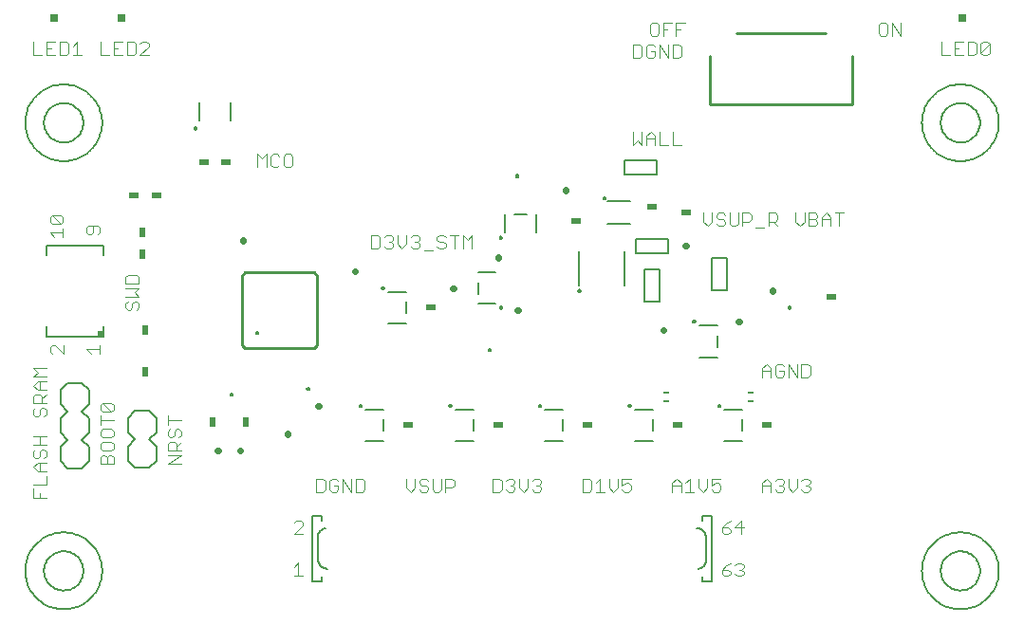
<source format=gto>
G75*
G70*
%OFA0B0*%
%FSLAX24Y24*%
%IPPOS*%
%LPD*%
%AMOC8*
5,1,8,0,0,1.08239X$1,22.5*
%
%ADD10C,0.0040*%
%ADD11C,0.0060*%
%ADD12C,0.0080*%
%ADD13C,0.0100*%
%ADD14R,0.0320X0.0200*%
%ADD15C,0.0220*%
%ADD16R,0.0250X0.0250*%
%ADD17R,0.0200X0.0320*%
%ADD18R,0.0200X0.0060*%
%ADD19R,0.0200X0.0200*%
D10*
X001059Y004709D02*
X001059Y005016D01*
X001059Y005169D02*
X001519Y005169D01*
X001519Y005476D01*
X001519Y005630D02*
X001212Y005630D01*
X001059Y005783D01*
X001212Y005936D01*
X001519Y005936D01*
X001443Y006090D02*
X001519Y006167D01*
X001519Y006320D01*
X001443Y006397D01*
X001366Y006397D01*
X001289Y006320D01*
X001289Y006167D01*
X001212Y006090D01*
X001136Y006090D01*
X001059Y006167D01*
X001059Y006320D01*
X001136Y006397D01*
X001059Y006550D02*
X001519Y006550D01*
X001289Y006550D02*
X001289Y006857D01*
X001059Y006857D02*
X001519Y006857D01*
X001443Y007563D02*
X001519Y007640D01*
X001519Y007793D01*
X001443Y007870D01*
X001366Y007870D01*
X001289Y007793D01*
X001289Y007640D01*
X001212Y007563D01*
X001136Y007563D01*
X001059Y007640D01*
X001059Y007793D01*
X001136Y007870D01*
X001059Y008024D02*
X001059Y008254D01*
X001136Y008330D01*
X001289Y008330D01*
X001366Y008254D01*
X001366Y008024D01*
X001366Y008177D02*
X001519Y008330D01*
X001519Y008484D02*
X001212Y008484D01*
X001059Y008637D01*
X001212Y008791D01*
X001519Y008791D01*
X001519Y008944D02*
X001059Y008944D01*
X001212Y009098D01*
X001059Y009251D01*
X001519Y009251D01*
X001289Y008791D02*
X001289Y008484D01*
X001519Y008024D02*
X001059Y008024D01*
X001734Y009760D02*
X001657Y009837D01*
X001657Y009990D01*
X001734Y010067D01*
X001811Y010067D01*
X002118Y009760D01*
X002118Y010067D01*
X002937Y009914D02*
X003090Y009760D01*
X002937Y009914D02*
X003397Y009914D01*
X003397Y010067D02*
X003397Y009760D01*
X003498Y008038D02*
X003805Y007731D01*
X003881Y007808D01*
X003881Y007961D01*
X003805Y008038D01*
X003498Y008038D01*
X003421Y007961D01*
X003421Y007808D01*
X003498Y007731D01*
X003805Y007731D01*
X003421Y007578D02*
X003421Y007271D01*
X003421Y007424D02*
X003881Y007424D01*
X003805Y007118D02*
X003498Y007118D01*
X003421Y007041D01*
X003421Y006887D01*
X003498Y006811D01*
X003805Y006811D01*
X003881Y006887D01*
X003881Y007041D01*
X003805Y007118D01*
X003805Y006657D02*
X003498Y006657D01*
X003421Y006580D01*
X003421Y006427D01*
X003498Y006350D01*
X003805Y006350D01*
X003881Y006427D01*
X003881Y006580D01*
X003805Y006657D01*
X003805Y006197D02*
X003881Y006120D01*
X003881Y005890D01*
X003421Y005890D01*
X003421Y006120D01*
X003498Y006197D01*
X003575Y006197D01*
X003651Y006120D01*
X003651Y005890D01*
X003651Y006120D02*
X003728Y006197D01*
X003805Y006197D01*
X005783Y006197D02*
X006244Y006197D01*
X005783Y005890D01*
X006244Y005890D01*
X006244Y006350D02*
X005783Y006350D01*
X005783Y006580D01*
X005860Y006657D01*
X006013Y006657D01*
X006090Y006580D01*
X006090Y006350D01*
X006090Y006504D02*
X006244Y006657D01*
X006167Y006811D02*
X006244Y006887D01*
X006244Y007041D01*
X006167Y007118D01*
X006090Y007118D01*
X006013Y007041D01*
X006013Y006887D01*
X005937Y006811D01*
X005860Y006811D01*
X005783Y006887D01*
X005783Y007041D01*
X005860Y007118D01*
X005783Y007271D02*
X005783Y007578D01*
X005783Y007424D02*
X006244Y007424D01*
X011008Y005366D02*
X011008Y004906D01*
X011238Y004906D01*
X011315Y004982D01*
X011315Y005289D01*
X011238Y005366D01*
X011008Y005366D01*
X011468Y005289D02*
X011468Y004982D01*
X011545Y004906D01*
X011699Y004906D01*
X011775Y004982D01*
X011775Y005136D01*
X011622Y005136D01*
X011775Y005289D02*
X011699Y005366D01*
X011545Y005366D01*
X011468Y005289D01*
X011929Y005366D02*
X012236Y004906D01*
X012236Y005366D01*
X012389Y005366D02*
X012619Y005366D01*
X012696Y005289D01*
X012696Y004982D01*
X012619Y004906D01*
X012389Y004906D01*
X012389Y005366D01*
X011929Y005366D02*
X011929Y004906D01*
X010528Y003813D02*
X010451Y003890D01*
X010297Y003890D01*
X010221Y003813D01*
X010528Y003813D02*
X010528Y003736D01*
X010221Y003429D01*
X010528Y003429D01*
X010374Y002413D02*
X010374Y001953D01*
X010221Y001953D02*
X010528Y001953D01*
X010221Y002260D02*
X010374Y002413D01*
X014158Y005059D02*
X014311Y004906D01*
X014465Y005059D01*
X014465Y005366D01*
X014618Y005289D02*
X014618Y005213D01*
X014695Y005136D01*
X014848Y005136D01*
X014925Y005059D01*
X014925Y004982D01*
X014848Y004906D01*
X014695Y004906D01*
X014618Y004982D01*
X014158Y005059D02*
X014158Y005366D01*
X014618Y005289D02*
X014695Y005366D01*
X014848Y005366D01*
X014925Y005289D01*
X015078Y005366D02*
X015078Y004982D01*
X015155Y004906D01*
X015309Y004906D01*
X015385Y004982D01*
X015385Y005366D01*
X015539Y005366D02*
X015769Y005366D01*
X015846Y005289D01*
X015846Y005136D01*
X015769Y005059D01*
X015539Y005059D01*
X015539Y004906D02*
X015539Y005366D01*
X017209Y005366D02*
X017209Y004906D01*
X017439Y004906D01*
X017516Y004982D01*
X017516Y005289D01*
X017439Y005366D01*
X017209Y005366D01*
X017669Y005289D02*
X017746Y005366D01*
X017899Y005366D01*
X017976Y005289D01*
X017976Y005213D01*
X017899Y005136D01*
X017976Y005059D01*
X017976Y004982D01*
X017899Y004906D01*
X017746Y004906D01*
X017669Y004982D01*
X017823Y005136D02*
X017899Y005136D01*
X018130Y005059D02*
X018283Y004906D01*
X018436Y005059D01*
X018436Y005366D01*
X018590Y005289D02*
X018667Y005366D01*
X018820Y005366D01*
X018897Y005289D01*
X018897Y005213D01*
X018820Y005136D01*
X018897Y005059D01*
X018897Y004982D01*
X018820Y004906D01*
X018667Y004906D01*
X018590Y004982D01*
X018743Y005136D02*
X018820Y005136D01*
X018130Y005059D02*
X018130Y005366D01*
X020358Y005366D02*
X020358Y004906D01*
X020589Y004906D01*
X020665Y004982D01*
X020665Y005289D01*
X020589Y005366D01*
X020358Y005366D01*
X020819Y005213D02*
X020972Y005366D01*
X020972Y004906D01*
X020819Y004906D02*
X021126Y004906D01*
X021279Y005059D02*
X021433Y004906D01*
X021586Y005059D01*
X021586Y005366D01*
X021739Y005366D02*
X021739Y005136D01*
X021893Y005213D01*
X021970Y005213D01*
X022046Y005136D01*
X022046Y004982D01*
X021970Y004906D01*
X021816Y004906D01*
X021739Y004982D01*
X021279Y005059D02*
X021279Y005366D01*
X021739Y005366D02*
X022046Y005366D01*
X023508Y005213D02*
X023508Y004906D01*
X023508Y005136D02*
X023815Y005136D01*
X023815Y005213D02*
X023815Y004906D01*
X023968Y004906D02*
X024275Y004906D01*
X024122Y004906D02*
X024122Y005366D01*
X023968Y005213D01*
X023815Y005213D02*
X023661Y005366D01*
X023508Y005213D01*
X024429Y005366D02*
X024429Y005059D01*
X024582Y004906D01*
X024736Y005059D01*
X024736Y005366D01*
X024889Y005366D02*
X024889Y005136D01*
X025043Y005213D01*
X025119Y005213D01*
X025196Y005136D01*
X025196Y004982D01*
X025119Y004906D01*
X024966Y004906D01*
X024889Y004982D01*
X024889Y005366D02*
X025196Y005366D01*
X026658Y005213D02*
X026658Y004906D01*
X026658Y005136D02*
X026965Y005136D01*
X026965Y005213D02*
X026965Y004906D01*
X027118Y004982D02*
X027195Y004906D01*
X027348Y004906D01*
X027425Y004982D01*
X027425Y005059D01*
X027348Y005136D01*
X027271Y005136D01*
X027348Y005136D02*
X027425Y005213D01*
X027425Y005289D01*
X027348Y005366D01*
X027195Y005366D01*
X027118Y005289D01*
X026965Y005213D02*
X026811Y005366D01*
X026658Y005213D01*
X027578Y005366D02*
X027578Y005059D01*
X027732Y004906D01*
X027885Y005059D01*
X027885Y005366D01*
X028039Y005289D02*
X028115Y005366D01*
X028269Y005366D01*
X028346Y005289D01*
X028346Y005213D01*
X028269Y005136D01*
X028346Y005059D01*
X028346Y004982D01*
X028269Y004906D01*
X028115Y004906D01*
X028039Y004982D01*
X028192Y005136D02*
X028269Y005136D01*
X025935Y003882D02*
X025935Y003421D01*
X026012Y003652D02*
X025705Y003652D01*
X025935Y003882D01*
X025552Y003882D02*
X025398Y003805D01*
X025245Y003652D01*
X025475Y003652D01*
X025552Y003575D01*
X025552Y003498D01*
X025475Y003421D01*
X025321Y003421D01*
X025245Y003498D01*
X025245Y003652D01*
X025552Y002405D02*
X025398Y002329D01*
X025245Y002175D01*
X025475Y002175D01*
X025552Y002098D01*
X025552Y002022D01*
X025475Y001945D01*
X025321Y001945D01*
X025245Y002022D01*
X025245Y002175D01*
X025705Y002022D02*
X025782Y001945D01*
X025935Y001945D01*
X026012Y002022D01*
X026012Y002098D01*
X025935Y002175D01*
X025859Y002175D01*
X025935Y002175D02*
X026012Y002252D01*
X026012Y002329D01*
X025935Y002405D01*
X025782Y002405D01*
X025705Y002329D01*
X026658Y008941D02*
X026658Y009248D01*
X026811Y009401D01*
X026965Y009248D01*
X026965Y008941D01*
X027118Y009018D02*
X027195Y008941D01*
X027348Y008941D01*
X027425Y009018D01*
X027425Y009171D01*
X027271Y009171D01*
X027118Y009018D02*
X027118Y009325D01*
X027195Y009401D01*
X027348Y009401D01*
X027425Y009325D01*
X027578Y009401D02*
X027885Y008941D01*
X027885Y009401D01*
X028039Y009401D02*
X028269Y009401D01*
X028346Y009325D01*
X028346Y009018D01*
X028269Y008941D01*
X028039Y008941D01*
X028039Y009401D01*
X027578Y009401D02*
X027578Y008941D01*
X026965Y009171D02*
X026658Y009171D01*
X026739Y014179D02*
X026432Y014179D01*
X026202Y014409D02*
X025972Y014409D01*
X025972Y014256D02*
X025972Y014716D01*
X026202Y014716D01*
X026279Y014640D01*
X026279Y014486D01*
X026202Y014409D01*
X025818Y014333D02*
X025818Y014716D01*
X025511Y014716D02*
X025511Y014333D01*
X025588Y014256D01*
X025742Y014256D01*
X025818Y014333D01*
X025358Y014333D02*
X025281Y014256D01*
X025128Y014256D01*
X025051Y014333D01*
X025128Y014486D02*
X025281Y014486D01*
X025358Y014409D01*
X025358Y014333D01*
X025128Y014486D02*
X025051Y014563D01*
X025051Y014640D01*
X025128Y014716D01*
X025281Y014716D01*
X025358Y014640D01*
X024898Y014716D02*
X024898Y014409D01*
X024744Y014256D01*
X024591Y014409D01*
X024591Y014716D01*
X026892Y014716D02*
X026892Y014256D01*
X026892Y014409D02*
X027123Y014409D01*
X027199Y014486D01*
X027199Y014640D01*
X027123Y014716D01*
X026892Y014716D01*
X027046Y014409D02*
X027199Y014256D01*
X027839Y014409D02*
X027992Y014256D01*
X028146Y014409D01*
X028146Y014716D01*
X028299Y014716D02*
X028529Y014716D01*
X028606Y014640D01*
X028606Y014563D01*
X028529Y014486D01*
X028299Y014486D01*
X028299Y014256D02*
X028529Y014256D01*
X028606Y014333D01*
X028606Y014409D01*
X028529Y014486D01*
X028759Y014486D02*
X029066Y014486D01*
X029066Y014563D02*
X029066Y014256D01*
X028759Y014256D02*
X028759Y014563D01*
X028913Y014716D01*
X029066Y014563D01*
X029220Y014716D02*
X029527Y014716D01*
X029373Y014716D02*
X029373Y014256D01*
X028299Y014256D02*
X028299Y014716D01*
X027839Y014716D02*
X027839Y014409D01*
X023818Y017110D02*
X023511Y017110D01*
X023511Y017571D01*
X023051Y017571D02*
X023051Y017110D01*
X023358Y017110D01*
X022897Y017110D02*
X022897Y017417D01*
X022744Y017571D01*
X022590Y017417D01*
X022590Y017110D01*
X022437Y017110D02*
X022437Y017571D01*
X022590Y017341D02*
X022897Y017341D01*
X022437Y017110D02*
X022284Y017264D01*
X022130Y017110D01*
X022130Y017571D01*
X022130Y020162D02*
X022360Y020162D01*
X022437Y020238D01*
X022437Y020545D01*
X022360Y020622D01*
X022130Y020622D01*
X022130Y020162D01*
X022590Y020238D02*
X022590Y020545D01*
X022667Y020622D01*
X022821Y020622D01*
X022897Y020545D01*
X022897Y020392D02*
X022744Y020392D01*
X022897Y020392D02*
X022897Y020238D01*
X022821Y020162D01*
X022667Y020162D01*
X022590Y020238D01*
X023051Y020162D02*
X023051Y020622D01*
X023358Y020162D01*
X023358Y020622D01*
X023511Y020622D02*
X023741Y020622D01*
X023818Y020545D01*
X023818Y020238D01*
X023741Y020162D01*
X023511Y020162D01*
X023511Y020622D01*
X023638Y020941D02*
X023638Y021401D01*
X023945Y021401D01*
X023792Y021171D02*
X023638Y021171D01*
X023485Y021401D02*
X023178Y021401D01*
X023178Y020941D01*
X023024Y021018D02*
X023024Y021325D01*
X022948Y021401D01*
X022794Y021401D01*
X022717Y021325D01*
X022717Y021018D01*
X022794Y020941D01*
X022948Y020941D01*
X023024Y021018D01*
X023178Y021171D02*
X023331Y021171D01*
X030757Y021018D02*
X030833Y020941D01*
X030987Y020941D01*
X031063Y021018D01*
X031063Y021325D01*
X030987Y021401D01*
X030833Y021401D01*
X030757Y021325D01*
X030757Y021018D01*
X031217Y020941D02*
X031217Y021401D01*
X031524Y020941D01*
X031524Y021401D01*
X032957Y020720D02*
X032957Y020260D01*
X033264Y020260D01*
X033417Y020260D02*
X033724Y020260D01*
X033878Y020260D02*
X034108Y020260D01*
X034184Y020337D01*
X034184Y020644D01*
X034108Y020720D01*
X033878Y020720D01*
X033878Y020260D01*
X033571Y020490D02*
X033417Y020490D01*
X033417Y020720D02*
X033417Y020260D01*
X033417Y020720D02*
X033724Y020720D01*
X034338Y020644D02*
X034338Y020337D01*
X034645Y020644D01*
X034645Y020337D01*
X034568Y020260D01*
X034415Y020260D01*
X034338Y020337D01*
X034338Y020644D02*
X034415Y020720D01*
X034568Y020720D01*
X034645Y020644D01*
X016465Y013921D02*
X016465Y013461D01*
X016158Y013461D02*
X016158Y013921D01*
X016311Y013768D01*
X016465Y013921D01*
X016004Y013921D02*
X015697Y013921D01*
X015851Y013921D02*
X015851Y013461D01*
X015544Y013537D02*
X015467Y013461D01*
X015314Y013461D01*
X015237Y013537D01*
X015314Y013691D02*
X015467Y013691D01*
X015544Y013614D01*
X015544Y013537D01*
X015314Y013691D02*
X015237Y013768D01*
X015237Y013844D01*
X015314Y013921D01*
X015467Y013921D01*
X015544Y013844D01*
X015083Y013384D02*
X014777Y013384D01*
X014623Y013537D02*
X014546Y013461D01*
X014393Y013461D01*
X014316Y013537D01*
X014163Y013614D02*
X014163Y013921D01*
X014316Y013844D02*
X014393Y013921D01*
X014546Y013921D01*
X014623Y013844D01*
X014623Y013768D01*
X014546Y013691D01*
X014623Y013614D01*
X014623Y013537D01*
X014546Y013691D02*
X014470Y013691D01*
X014163Y013614D02*
X014009Y013461D01*
X013856Y013614D01*
X013856Y013921D01*
X013702Y013844D02*
X013702Y013768D01*
X013626Y013691D01*
X013702Y013614D01*
X013702Y013537D01*
X013626Y013461D01*
X013472Y013461D01*
X013396Y013537D01*
X013242Y013537D02*
X013242Y013844D01*
X013165Y013921D01*
X012935Y013921D01*
X012935Y013461D01*
X013165Y013461D01*
X013242Y013537D01*
X013549Y013691D02*
X013626Y013691D01*
X013702Y013844D02*
X013626Y013921D01*
X013472Y013921D01*
X013396Y013844D01*
X010169Y016400D02*
X010092Y016323D01*
X009939Y016323D01*
X009862Y016400D01*
X009862Y016707D01*
X009939Y016783D01*
X010092Y016783D01*
X010169Y016707D01*
X010169Y016400D01*
X009708Y016400D02*
X009632Y016323D01*
X009478Y016323D01*
X009401Y016400D01*
X009401Y016707D01*
X009478Y016783D01*
X009632Y016783D01*
X009708Y016707D01*
X009248Y016783D02*
X009248Y016323D01*
X008941Y016323D02*
X008941Y016783D01*
X009095Y016630D01*
X009248Y016783D01*
X005117Y020260D02*
X004810Y020260D01*
X005117Y020567D01*
X005117Y020644D01*
X005041Y020720D01*
X004887Y020720D01*
X004810Y020644D01*
X004657Y020644D02*
X004580Y020720D01*
X004350Y020720D01*
X004350Y020260D01*
X004580Y020260D01*
X004657Y020337D01*
X004657Y020644D01*
X004197Y020720D02*
X003890Y020720D01*
X003890Y020260D01*
X004197Y020260D01*
X004043Y020490D02*
X003890Y020490D01*
X003736Y020260D02*
X003429Y020260D01*
X003429Y020720D01*
X002755Y020260D02*
X002448Y020260D01*
X002602Y020260D02*
X002602Y020720D01*
X002448Y020567D01*
X002295Y020644D02*
X002218Y020720D01*
X001988Y020720D01*
X001988Y020260D01*
X002218Y020260D01*
X002295Y020337D01*
X002295Y020644D01*
X001834Y020720D02*
X001527Y020720D01*
X001527Y020260D01*
X001834Y020260D01*
X001681Y020490D02*
X001527Y020490D01*
X001374Y020260D02*
X001067Y020260D01*
X001067Y020720D01*
X001726Y014630D02*
X002033Y014323D01*
X002110Y014399D01*
X002110Y014553D01*
X002033Y014630D01*
X001726Y014630D01*
X001649Y014553D01*
X001649Y014399D01*
X001726Y014323D01*
X002033Y014323D01*
X002110Y014169D02*
X002110Y013862D01*
X002110Y014016D02*
X001649Y014016D01*
X001803Y013862D01*
X002929Y014037D02*
X003006Y013961D01*
X003082Y013961D01*
X003159Y014037D01*
X003159Y014268D01*
X003006Y014268D02*
X002929Y014191D01*
X002929Y014037D01*
X003006Y014268D02*
X003313Y014268D01*
X003389Y014191D01*
X003389Y014037D01*
X003313Y013961D01*
X004384Y012531D02*
X004307Y012454D01*
X004307Y012224D01*
X004767Y012224D01*
X004767Y012454D01*
X004691Y012531D01*
X004384Y012531D01*
X004307Y012071D02*
X004767Y012071D01*
X004614Y011917D01*
X004767Y011764D01*
X004307Y011764D01*
X004384Y011610D02*
X004307Y011533D01*
X004307Y011380D01*
X004384Y011303D01*
X004460Y011303D01*
X004537Y011380D01*
X004537Y011533D01*
X004614Y011610D01*
X004691Y011610D01*
X004767Y011533D01*
X004767Y011380D01*
X004691Y011303D01*
X001289Y005936D02*
X001289Y005630D01*
X001289Y004862D02*
X001289Y004709D01*
X001519Y004709D02*
X001059Y004709D01*
D11*
X000780Y002130D02*
X000782Y002203D01*
X000788Y002276D01*
X000798Y002348D01*
X000812Y002420D01*
X000829Y002491D01*
X000851Y002561D01*
X000876Y002630D01*
X000905Y002697D01*
X000937Y002762D01*
X000973Y002826D01*
X001013Y002888D01*
X001055Y002947D01*
X001101Y003004D01*
X001150Y003058D01*
X001202Y003110D01*
X001256Y003159D01*
X001313Y003205D01*
X001372Y003247D01*
X001434Y003287D01*
X001498Y003323D01*
X001563Y003355D01*
X001630Y003384D01*
X001699Y003409D01*
X001769Y003431D01*
X001840Y003448D01*
X001912Y003462D01*
X001984Y003472D01*
X002057Y003478D01*
X002130Y003480D01*
X002203Y003478D01*
X002276Y003472D01*
X002348Y003462D01*
X002420Y003448D01*
X002491Y003431D01*
X002561Y003409D01*
X002630Y003384D01*
X002697Y003355D01*
X002762Y003323D01*
X002826Y003287D01*
X002888Y003247D01*
X002947Y003205D01*
X003004Y003159D01*
X003058Y003110D01*
X003110Y003058D01*
X003159Y003004D01*
X003205Y002947D01*
X003247Y002888D01*
X003287Y002826D01*
X003323Y002762D01*
X003355Y002697D01*
X003384Y002630D01*
X003409Y002561D01*
X003431Y002491D01*
X003448Y002420D01*
X003462Y002348D01*
X003472Y002276D01*
X003478Y002203D01*
X003480Y002130D01*
X003478Y002057D01*
X003472Y001984D01*
X003462Y001912D01*
X003448Y001840D01*
X003431Y001769D01*
X003409Y001699D01*
X003384Y001630D01*
X003355Y001563D01*
X003323Y001498D01*
X003287Y001434D01*
X003247Y001372D01*
X003205Y001313D01*
X003159Y001256D01*
X003110Y001202D01*
X003058Y001150D01*
X003004Y001101D01*
X002947Y001055D01*
X002888Y001013D01*
X002826Y000973D01*
X002762Y000937D01*
X002697Y000905D01*
X002630Y000876D01*
X002561Y000851D01*
X002491Y000829D01*
X002420Y000812D01*
X002348Y000798D01*
X002276Y000788D01*
X002203Y000782D01*
X002130Y000780D01*
X002057Y000782D01*
X001984Y000788D01*
X001912Y000798D01*
X001840Y000812D01*
X001769Y000829D01*
X001699Y000851D01*
X001630Y000876D01*
X001563Y000905D01*
X001498Y000937D01*
X001434Y000973D01*
X001372Y001013D01*
X001313Y001055D01*
X001256Y001101D01*
X001202Y001150D01*
X001150Y001202D01*
X001101Y001256D01*
X001055Y001313D01*
X001013Y001372D01*
X000973Y001434D01*
X000937Y001498D01*
X000905Y001563D01*
X000876Y001630D01*
X000851Y001699D01*
X000829Y001769D01*
X000812Y001840D01*
X000798Y001912D01*
X000788Y001984D01*
X000782Y002057D01*
X000780Y002130D01*
X012736Y006688D02*
X013374Y006688D01*
X013374Y007051D02*
X013374Y007445D01*
X013374Y007808D02*
X012736Y007808D01*
X015886Y007808D02*
X016523Y007808D01*
X016523Y007445D02*
X016523Y007051D01*
X016523Y006688D02*
X015886Y006688D01*
X019035Y006688D02*
X019673Y006688D01*
X019673Y007051D02*
X019673Y007445D01*
X019673Y007808D02*
X019035Y007808D01*
X022185Y007808D02*
X022823Y007808D01*
X022823Y007445D02*
X022823Y007051D01*
X022823Y006688D02*
X022185Y006688D01*
X025334Y006688D02*
X025972Y006688D01*
X025972Y007051D02*
X025972Y007445D01*
X025972Y007808D02*
X025334Y007808D01*
X025077Y009641D02*
X024459Y009641D01*
X025077Y009995D02*
X025077Y010406D01*
X025077Y010760D02*
X024459Y010760D01*
X023055Y011598D02*
X022543Y011598D01*
X022543Y012740D01*
X023055Y012740D01*
X023055Y011598D01*
X024905Y011992D02*
X025417Y011992D01*
X025417Y013134D01*
X024905Y013134D01*
X024905Y011992D01*
X023370Y013291D02*
X023370Y013803D01*
X022228Y013803D01*
X022228Y013291D01*
X023370Y013291D01*
X022976Y016047D02*
X021834Y016047D01*
X021834Y016559D01*
X022976Y016559D01*
X022976Y016047D01*
X018733Y014644D02*
X018733Y014025D01*
X018379Y014644D02*
X017968Y014644D01*
X017613Y014644D02*
X017613Y014025D01*
X017301Y012631D02*
X016683Y012631D01*
X016683Y012276D02*
X016683Y011865D01*
X016683Y011511D02*
X017301Y011511D01*
X014161Y011579D02*
X014161Y011185D01*
X014161Y010822D02*
X013523Y010822D01*
X013523Y011942D02*
X014161Y011942D01*
X008005Y017953D02*
X008005Y018590D01*
X006885Y018590D02*
X006885Y017953D01*
X000780Y017878D02*
X000782Y017951D01*
X000788Y018024D01*
X000798Y018096D01*
X000812Y018168D01*
X000829Y018239D01*
X000851Y018309D01*
X000876Y018378D01*
X000905Y018445D01*
X000937Y018510D01*
X000973Y018574D01*
X001013Y018636D01*
X001055Y018695D01*
X001101Y018752D01*
X001150Y018806D01*
X001202Y018858D01*
X001256Y018907D01*
X001313Y018953D01*
X001372Y018995D01*
X001434Y019035D01*
X001498Y019071D01*
X001563Y019103D01*
X001630Y019132D01*
X001699Y019157D01*
X001769Y019179D01*
X001840Y019196D01*
X001912Y019210D01*
X001984Y019220D01*
X002057Y019226D01*
X002130Y019228D01*
X002203Y019226D01*
X002276Y019220D01*
X002348Y019210D01*
X002420Y019196D01*
X002491Y019179D01*
X002561Y019157D01*
X002630Y019132D01*
X002697Y019103D01*
X002762Y019071D01*
X002826Y019035D01*
X002888Y018995D01*
X002947Y018953D01*
X003004Y018907D01*
X003058Y018858D01*
X003110Y018806D01*
X003159Y018752D01*
X003205Y018695D01*
X003247Y018636D01*
X003287Y018574D01*
X003323Y018510D01*
X003355Y018445D01*
X003384Y018378D01*
X003409Y018309D01*
X003431Y018239D01*
X003448Y018168D01*
X003462Y018096D01*
X003472Y018024D01*
X003478Y017951D01*
X003480Y017878D01*
X003478Y017805D01*
X003472Y017732D01*
X003462Y017660D01*
X003448Y017588D01*
X003431Y017517D01*
X003409Y017447D01*
X003384Y017378D01*
X003355Y017311D01*
X003323Y017246D01*
X003287Y017182D01*
X003247Y017120D01*
X003205Y017061D01*
X003159Y017004D01*
X003110Y016950D01*
X003058Y016898D01*
X003004Y016849D01*
X002947Y016803D01*
X002888Y016761D01*
X002826Y016721D01*
X002762Y016685D01*
X002697Y016653D01*
X002630Y016624D01*
X002561Y016599D01*
X002491Y016577D01*
X002420Y016560D01*
X002348Y016546D01*
X002276Y016536D01*
X002203Y016530D01*
X002130Y016528D01*
X002057Y016530D01*
X001984Y016536D01*
X001912Y016546D01*
X001840Y016560D01*
X001769Y016577D01*
X001699Y016599D01*
X001630Y016624D01*
X001563Y016653D01*
X001498Y016685D01*
X001434Y016721D01*
X001372Y016761D01*
X001313Y016803D01*
X001256Y016849D01*
X001202Y016898D01*
X001150Y016950D01*
X001101Y017004D01*
X001055Y017061D01*
X001013Y017120D01*
X000973Y017182D01*
X000937Y017246D01*
X000905Y017311D01*
X000876Y017378D01*
X000851Y017447D01*
X000829Y017517D01*
X000812Y017588D01*
X000798Y017660D01*
X000788Y017732D01*
X000782Y017805D01*
X000780Y017878D01*
X032276Y017878D02*
X032278Y017951D01*
X032284Y018024D01*
X032294Y018096D01*
X032308Y018168D01*
X032325Y018239D01*
X032347Y018309D01*
X032372Y018378D01*
X032401Y018445D01*
X032433Y018510D01*
X032469Y018574D01*
X032509Y018636D01*
X032551Y018695D01*
X032597Y018752D01*
X032646Y018806D01*
X032698Y018858D01*
X032752Y018907D01*
X032809Y018953D01*
X032868Y018995D01*
X032930Y019035D01*
X032994Y019071D01*
X033059Y019103D01*
X033126Y019132D01*
X033195Y019157D01*
X033265Y019179D01*
X033336Y019196D01*
X033408Y019210D01*
X033480Y019220D01*
X033553Y019226D01*
X033626Y019228D01*
X033699Y019226D01*
X033772Y019220D01*
X033844Y019210D01*
X033916Y019196D01*
X033987Y019179D01*
X034057Y019157D01*
X034126Y019132D01*
X034193Y019103D01*
X034258Y019071D01*
X034322Y019035D01*
X034384Y018995D01*
X034443Y018953D01*
X034500Y018907D01*
X034554Y018858D01*
X034606Y018806D01*
X034655Y018752D01*
X034701Y018695D01*
X034743Y018636D01*
X034783Y018574D01*
X034819Y018510D01*
X034851Y018445D01*
X034880Y018378D01*
X034905Y018309D01*
X034927Y018239D01*
X034944Y018168D01*
X034958Y018096D01*
X034968Y018024D01*
X034974Y017951D01*
X034976Y017878D01*
X034974Y017805D01*
X034968Y017732D01*
X034958Y017660D01*
X034944Y017588D01*
X034927Y017517D01*
X034905Y017447D01*
X034880Y017378D01*
X034851Y017311D01*
X034819Y017246D01*
X034783Y017182D01*
X034743Y017120D01*
X034701Y017061D01*
X034655Y017004D01*
X034606Y016950D01*
X034554Y016898D01*
X034500Y016849D01*
X034443Y016803D01*
X034384Y016761D01*
X034322Y016721D01*
X034258Y016685D01*
X034193Y016653D01*
X034126Y016624D01*
X034057Y016599D01*
X033987Y016577D01*
X033916Y016560D01*
X033844Y016546D01*
X033772Y016536D01*
X033699Y016530D01*
X033626Y016528D01*
X033553Y016530D01*
X033480Y016536D01*
X033408Y016546D01*
X033336Y016560D01*
X033265Y016577D01*
X033195Y016599D01*
X033126Y016624D01*
X033059Y016653D01*
X032994Y016685D01*
X032930Y016721D01*
X032868Y016761D01*
X032809Y016803D01*
X032752Y016849D01*
X032698Y016898D01*
X032646Y016950D01*
X032597Y017004D01*
X032551Y017061D01*
X032509Y017120D01*
X032469Y017182D01*
X032433Y017246D01*
X032401Y017311D01*
X032372Y017378D01*
X032347Y017447D01*
X032325Y017517D01*
X032308Y017588D01*
X032294Y017660D01*
X032284Y017732D01*
X032278Y017805D01*
X032276Y017878D01*
X032276Y002130D02*
X032278Y002203D01*
X032284Y002276D01*
X032294Y002348D01*
X032308Y002420D01*
X032325Y002491D01*
X032347Y002561D01*
X032372Y002630D01*
X032401Y002697D01*
X032433Y002762D01*
X032469Y002826D01*
X032509Y002888D01*
X032551Y002947D01*
X032597Y003004D01*
X032646Y003058D01*
X032698Y003110D01*
X032752Y003159D01*
X032809Y003205D01*
X032868Y003247D01*
X032930Y003287D01*
X032994Y003323D01*
X033059Y003355D01*
X033126Y003384D01*
X033195Y003409D01*
X033265Y003431D01*
X033336Y003448D01*
X033408Y003462D01*
X033480Y003472D01*
X033553Y003478D01*
X033626Y003480D01*
X033699Y003478D01*
X033772Y003472D01*
X033844Y003462D01*
X033916Y003448D01*
X033987Y003431D01*
X034057Y003409D01*
X034126Y003384D01*
X034193Y003355D01*
X034258Y003323D01*
X034322Y003287D01*
X034384Y003247D01*
X034443Y003205D01*
X034500Y003159D01*
X034554Y003110D01*
X034606Y003058D01*
X034655Y003004D01*
X034701Y002947D01*
X034743Y002888D01*
X034783Y002826D01*
X034819Y002762D01*
X034851Y002697D01*
X034880Y002630D01*
X034905Y002561D01*
X034927Y002491D01*
X034944Y002420D01*
X034958Y002348D01*
X034968Y002276D01*
X034974Y002203D01*
X034976Y002130D01*
X034974Y002057D01*
X034968Y001984D01*
X034958Y001912D01*
X034944Y001840D01*
X034927Y001769D01*
X034905Y001699D01*
X034880Y001630D01*
X034851Y001563D01*
X034819Y001498D01*
X034783Y001434D01*
X034743Y001372D01*
X034701Y001313D01*
X034655Y001256D01*
X034606Y001202D01*
X034554Y001150D01*
X034500Y001101D01*
X034443Y001055D01*
X034384Y001013D01*
X034322Y000973D01*
X034258Y000937D01*
X034193Y000905D01*
X034126Y000876D01*
X034057Y000851D01*
X033987Y000829D01*
X033916Y000812D01*
X033844Y000798D01*
X033772Y000788D01*
X033699Y000782D01*
X033626Y000780D01*
X033553Y000782D01*
X033480Y000788D01*
X033408Y000798D01*
X033336Y000812D01*
X033265Y000829D01*
X033195Y000851D01*
X033126Y000876D01*
X033059Y000905D01*
X032994Y000937D01*
X032930Y000973D01*
X032868Y001013D01*
X032809Y001055D01*
X032752Y001101D01*
X032698Y001150D01*
X032646Y001202D01*
X032597Y001256D01*
X032551Y001313D01*
X032509Y001372D01*
X032469Y001434D01*
X032433Y001498D01*
X032401Y001563D01*
X032372Y001630D01*
X032347Y001699D01*
X032325Y001769D01*
X032308Y001840D01*
X032294Y001912D01*
X032284Y001984D01*
X032278Y002057D01*
X032276Y002130D01*
D12*
X001441Y002130D02*
X001443Y002182D01*
X001449Y002234D01*
X001459Y002285D01*
X001472Y002335D01*
X001490Y002385D01*
X001511Y002432D01*
X001535Y002478D01*
X001564Y002522D01*
X001595Y002564D01*
X001629Y002603D01*
X001666Y002640D01*
X001706Y002673D01*
X001749Y002704D01*
X001793Y002731D01*
X001839Y002755D01*
X001888Y002775D01*
X001937Y002791D01*
X001988Y002804D01*
X002039Y002813D01*
X002091Y002818D01*
X002143Y002819D01*
X002195Y002816D01*
X002247Y002809D01*
X002298Y002798D01*
X002348Y002784D01*
X002397Y002765D01*
X002444Y002743D01*
X002489Y002718D01*
X002533Y002689D01*
X002574Y002657D01*
X002613Y002622D01*
X002648Y002584D01*
X002681Y002543D01*
X002711Y002501D01*
X002737Y002456D01*
X002760Y002409D01*
X002779Y002360D01*
X002795Y002310D01*
X002807Y002260D01*
X002815Y002208D01*
X002819Y002156D01*
X002819Y002104D01*
X002815Y002052D01*
X002807Y002000D01*
X002795Y001950D01*
X002779Y001900D01*
X002760Y001851D01*
X002737Y001804D01*
X002711Y001759D01*
X002681Y001717D01*
X002648Y001676D01*
X002613Y001638D01*
X002574Y001603D01*
X002533Y001571D01*
X002489Y001542D01*
X002444Y001517D01*
X002397Y001495D01*
X002348Y001476D01*
X002298Y001462D01*
X002247Y001451D01*
X002195Y001444D01*
X002143Y001441D01*
X002091Y001442D01*
X002039Y001447D01*
X001988Y001456D01*
X001937Y001469D01*
X001888Y001485D01*
X001839Y001505D01*
X001793Y001529D01*
X001749Y001556D01*
X001706Y001587D01*
X001666Y001620D01*
X001629Y001657D01*
X001595Y001696D01*
X001564Y001738D01*
X001535Y001782D01*
X001511Y001828D01*
X001490Y001875D01*
X001472Y001925D01*
X001459Y001975D01*
X001449Y002026D01*
X001443Y002078D01*
X001441Y002130D01*
X002273Y005732D02*
X002773Y005732D01*
X003023Y005982D01*
X003023Y006482D01*
X002773Y006732D01*
X003023Y006982D01*
X003023Y007482D01*
X002773Y007732D01*
X003023Y007982D01*
X003023Y008482D01*
X002773Y008732D01*
X002273Y008732D01*
X002023Y008482D01*
X002023Y007982D01*
X002273Y007732D01*
X002023Y007482D01*
X002023Y006982D01*
X002273Y006732D01*
X002023Y006482D01*
X002023Y005982D01*
X002273Y005732D01*
X004386Y005998D02*
X004636Y005748D01*
X005136Y005748D01*
X005386Y005998D01*
X005386Y006498D01*
X005136Y006748D01*
X005386Y006998D01*
X005386Y007498D01*
X005136Y007748D01*
X004636Y007748D01*
X004386Y007498D01*
X004386Y006998D01*
X004636Y006748D01*
X004386Y006498D01*
X004386Y005998D01*
X007996Y008331D02*
X007998Y008343D01*
X008003Y008354D01*
X008012Y008363D01*
X008023Y008368D01*
X008035Y008370D01*
X008047Y008368D01*
X008058Y008363D01*
X008067Y008354D01*
X008072Y008343D01*
X008074Y008331D01*
X008072Y008319D01*
X008067Y008308D01*
X008058Y008299D01*
X008047Y008294D01*
X008035Y008292D01*
X008023Y008294D01*
X008012Y008299D01*
X008003Y008308D01*
X007998Y008319D01*
X007996Y008331D01*
X010673Y008527D02*
X010675Y008539D01*
X010680Y008550D01*
X010689Y008559D01*
X010700Y008564D01*
X010712Y008566D01*
X010724Y008564D01*
X010735Y008559D01*
X010744Y008550D01*
X010749Y008539D01*
X010751Y008527D01*
X010749Y008515D01*
X010744Y008504D01*
X010735Y008495D01*
X010724Y008490D01*
X010712Y008488D01*
X010700Y008490D01*
X010689Y008495D01*
X010680Y008504D01*
X010675Y008515D01*
X010673Y008527D01*
X012523Y007937D02*
X012525Y007949D01*
X012531Y007961D01*
X012539Y007969D01*
X012551Y007975D01*
X012563Y007977D01*
X012575Y007975D01*
X012587Y007969D01*
X012595Y007961D01*
X012601Y007949D01*
X012603Y007937D01*
X012601Y007925D01*
X012595Y007913D01*
X012587Y007905D01*
X012575Y007899D01*
X012563Y007897D01*
X012551Y007899D01*
X012539Y007905D01*
X012531Y007913D01*
X012525Y007925D01*
X012523Y007937D01*
X015672Y007937D02*
X015674Y007949D01*
X015680Y007961D01*
X015688Y007969D01*
X015700Y007975D01*
X015712Y007977D01*
X015724Y007975D01*
X015736Y007969D01*
X015744Y007961D01*
X015750Y007949D01*
X015752Y007937D01*
X015750Y007925D01*
X015744Y007913D01*
X015736Y007905D01*
X015724Y007899D01*
X015712Y007897D01*
X015700Y007899D01*
X015688Y007905D01*
X015680Y007913D01*
X015674Y007925D01*
X015672Y007937D01*
X017050Y009905D02*
X017052Y009917D01*
X017058Y009929D01*
X017066Y009937D01*
X017078Y009943D01*
X017090Y009945D01*
X017102Y009943D01*
X017114Y009937D01*
X017122Y009929D01*
X017128Y009917D01*
X017130Y009905D01*
X017128Y009893D01*
X017122Y009881D01*
X017114Y009873D01*
X017102Y009867D01*
X017090Y009865D01*
X017078Y009867D01*
X017066Y009873D01*
X017058Y009881D01*
X017052Y009893D01*
X017050Y009905D01*
X017444Y011382D02*
X017446Y011394D01*
X017452Y011406D01*
X017460Y011414D01*
X017472Y011420D01*
X017484Y011422D01*
X017496Y011420D01*
X017508Y011414D01*
X017516Y011406D01*
X017522Y011394D01*
X017524Y011382D01*
X017522Y011370D01*
X017516Y011358D01*
X017508Y011350D01*
X017496Y011344D01*
X017484Y011342D01*
X017472Y011344D01*
X017460Y011350D01*
X017452Y011358D01*
X017446Y011370D01*
X017444Y011382D01*
X020200Y011972D02*
X020202Y011984D01*
X020208Y011996D01*
X020216Y012004D01*
X020228Y012010D01*
X020240Y012012D01*
X020252Y012010D01*
X020264Y012004D01*
X020272Y011996D01*
X020278Y011984D01*
X020280Y011972D01*
X020278Y011960D01*
X020272Y011948D01*
X020264Y011940D01*
X020252Y011934D01*
X020240Y011932D01*
X020228Y011934D01*
X020216Y011940D01*
X020208Y011948D01*
X020202Y011960D01*
X020200Y011972D01*
X020240Y012169D02*
X020240Y013350D01*
X021224Y014334D02*
X022012Y014334D01*
X022012Y015122D02*
X021224Y015122D01*
X021086Y015220D02*
X021088Y015232D01*
X021094Y015244D01*
X021102Y015252D01*
X021114Y015258D01*
X021126Y015260D01*
X021138Y015258D01*
X021150Y015252D01*
X021158Y015244D01*
X021164Y015232D01*
X021166Y015220D01*
X021164Y015208D01*
X021158Y015196D01*
X021150Y015188D01*
X021138Y015182D01*
X021126Y015180D01*
X021114Y015182D01*
X021102Y015188D01*
X021094Y015196D01*
X021088Y015208D01*
X021086Y015220D01*
X021815Y013350D02*
X021815Y012169D01*
X024235Y010890D02*
X024237Y010902D01*
X024243Y010914D01*
X024251Y010922D01*
X024263Y010928D01*
X024275Y010930D01*
X024287Y010928D01*
X024299Y010922D01*
X024307Y010914D01*
X024313Y010902D01*
X024315Y010890D01*
X024313Y010878D01*
X024307Y010866D01*
X024299Y010858D01*
X024287Y010852D01*
X024275Y010850D01*
X024263Y010852D01*
X024251Y010858D01*
X024243Y010866D01*
X024237Y010878D01*
X024235Y010890D01*
X027583Y011382D02*
X027585Y011394D01*
X027590Y011405D01*
X027599Y011414D01*
X027610Y011419D01*
X027622Y011421D01*
X027634Y011419D01*
X027645Y011414D01*
X027654Y011405D01*
X027659Y011394D01*
X027661Y011382D01*
X027659Y011370D01*
X027654Y011359D01*
X027645Y011350D01*
X027634Y011345D01*
X027622Y011343D01*
X027610Y011345D01*
X027599Y011350D01*
X027590Y011359D01*
X027585Y011370D01*
X027583Y011382D01*
X025121Y007937D02*
X025123Y007949D01*
X025129Y007961D01*
X025137Y007969D01*
X025149Y007975D01*
X025161Y007977D01*
X025173Y007975D01*
X025185Y007969D01*
X025193Y007961D01*
X025199Y007949D01*
X025201Y007937D01*
X025199Y007925D01*
X025193Y007913D01*
X025185Y007905D01*
X025173Y007899D01*
X025161Y007897D01*
X025149Y007899D01*
X025137Y007905D01*
X025129Y007913D01*
X025123Y007925D01*
X025121Y007937D01*
X021972Y007937D02*
X021974Y007949D01*
X021980Y007961D01*
X021988Y007969D01*
X022000Y007975D01*
X022012Y007977D01*
X022024Y007975D01*
X022036Y007969D01*
X022044Y007961D01*
X022050Y007949D01*
X022052Y007937D01*
X022050Y007925D01*
X022044Y007913D01*
X022036Y007905D01*
X022024Y007899D01*
X022012Y007897D01*
X022000Y007899D01*
X021988Y007905D01*
X021980Y007913D01*
X021974Y007925D01*
X021972Y007937D01*
X018822Y007937D02*
X018824Y007949D01*
X018830Y007961D01*
X018838Y007969D01*
X018850Y007975D01*
X018862Y007977D01*
X018874Y007975D01*
X018886Y007969D01*
X018894Y007961D01*
X018900Y007949D01*
X018902Y007937D01*
X018900Y007925D01*
X018894Y007913D01*
X018886Y007905D01*
X018874Y007899D01*
X018862Y007897D01*
X018850Y007899D01*
X018838Y007905D01*
X018830Y007913D01*
X018824Y007925D01*
X018822Y007937D01*
X013310Y012071D02*
X013312Y012083D01*
X013318Y012095D01*
X013326Y012103D01*
X013338Y012109D01*
X013350Y012111D01*
X013362Y012109D01*
X013374Y012103D01*
X013382Y012095D01*
X013388Y012083D01*
X013390Y012071D01*
X013388Y012059D01*
X013382Y012047D01*
X013374Y012039D01*
X013362Y012033D01*
X013350Y012031D01*
X013338Y012033D01*
X013326Y012039D01*
X013318Y012047D01*
X013312Y012059D01*
X013310Y012071D01*
X017444Y013842D02*
X017446Y013854D01*
X017452Y013866D01*
X017460Y013874D01*
X017472Y013880D01*
X017484Y013882D01*
X017496Y013880D01*
X017508Y013874D01*
X017516Y013866D01*
X017522Y013854D01*
X017524Y013842D01*
X017522Y013830D01*
X017516Y013818D01*
X017508Y013810D01*
X017496Y013804D01*
X017484Y013802D01*
X017472Y013804D01*
X017460Y013810D01*
X017452Y013818D01*
X017446Y013830D01*
X017444Y013842D01*
X018015Y016008D02*
X018017Y016020D01*
X018023Y016032D01*
X018031Y016040D01*
X018043Y016046D01*
X018055Y016048D01*
X018067Y016046D01*
X018079Y016040D01*
X018087Y016032D01*
X018093Y016020D01*
X018095Y016008D01*
X018093Y015996D01*
X018087Y015984D01*
X018079Y015976D01*
X018067Y015970D01*
X018055Y015968D01*
X018043Y015970D01*
X018031Y015976D01*
X018023Y015984D01*
X018017Y015996D01*
X018015Y016008D01*
X008882Y010496D02*
X008884Y010508D01*
X008889Y010519D01*
X008898Y010528D01*
X008909Y010533D01*
X008921Y010535D01*
X008933Y010533D01*
X008944Y010528D01*
X008953Y010519D01*
X008958Y010508D01*
X008960Y010496D01*
X008958Y010484D01*
X008953Y010473D01*
X008944Y010464D01*
X008933Y010459D01*
X008921Y010457D01*
X008909Y010459D01*
X008898Y010464D01*
X008889Y010473D01*
X008884Y010484D01*
X008882Y010496D01*
X003523Y010372D02*
X001523Y010372D01*
X001523Y010722D01*
X003523Y010722D02*
X003523Y010372D01*
X003523Y013222D02*
X003523Y013572D01*
X001523Y013572D01*
X001523Y013222D01*
X006716Y017681D02*
X006718Y017693D01*
X006724Y017705D01*
X006732Y017713D01*
X006744Y017719D01*
X006756Y017721D01*
X006768Y017719D01*
X006780Y017713D01*
X006788Y017705D01*
X006794Y017693D01*
X006796Y017681D01*
X006794Y017669D01*
X006788Y017657D01*
X006780Y017649D01*
X006768Y017643D01*
X006756Y017641D01*
X006744Y017643D01*
X006732Y017649D01*
X006724Y017657D01*
X006718Y017669D01*
X006716Y017681D01*
X001441Y017878D02*
X001443Y017930D01*
X001449Y017982D01*
X001459Y018033D01*
X001472Y018083D01*
X001490Y018133D01*
X001511Y018180D01*
X001535Y018226D01*
X001564Y018270D01*
X001595Y018312D01*
X001629Y018351D01*
X001666Y018388D01*
X001706Y018421D01*
X001749Y018452D01*
X001793Y018479D01*
X001839Y018503D01*
X001888Y018523D01*
X001937Y018539D01*
X001988Y018552D01*
X002039Y018561D01*
X002091Y018566D01*
X002143Y018567D01*
X002195Y018564D01*
X002247Y018557D01*
X002298Y018546D01*
X002348Y018532D01*
X002397Y018513D01*
X002444Y018491D01*
X002489Y018466D01*
X002533Y018437D01*
X002574Y018405D01*
X002613Y018370D01*
X002648Y018332D01*
X002681Y018291D01*
X002711Y018249D01*
X002737Y018204D01*
X002760Y018157D01*
X002779Y018108D01*
X002795Y018058D01*
X002807Y018008D01*
X002815Y017956D01*
X002819Y017904D01*
X002819Y017852D01*
X002815Y017800D01*
X002807Y017748D01*
X002795Y017698D01*
X002779Y017648D01*
X002760Y017599D01*
X002737Y017552D01*
X002711Y017507D01*
X002681Y017465D01*
X002648Y017424D01*
X002613Y017386D01*
X002574Y017351D01*
X002533Y017319D01*
X002489Y017290D01*
X002444Y017265D01*
X002397Y017243D01*
X002348Y017224D01*
X002298Y017210D01*
X002247Y017199D01*
X002195Y017192D01*
X002143Y017189D01*
X002091Y017190D01*
X002039Y017195D01*
X001988Y017204D01*
X001937Y017217D01*
X001888Y017233D01*
X001839Y017253D01*
X001793Y017277D01*
X001749Y017304D01*
X001706Y017335D01*
X001666Y017368D01*
X001629Y017405D01*
X001595Y017444D01*
X001564Y017486D01*
X001535Y017530D01*
X001511Y017576D01*
X001490Y017623D01*
X001472Y017673D01*
X001459Y017723D01*
X001449Y017774D01*
X001443Y017826D01*
X001441Y017878D01*
X010862Y004067D02*
X010862Y001768D01*
X011201Y001768D01*
X011201Y001933D01*
X011067Y002531D02*
X011067Y003319D01*
X011067Y003318D02*
X011066Y003351D01*
X011069Y003383D01*
X011076Y003414D01*
X011087Y003445D01*
X011100Y003474D01*
X011117Y003502D01*
X011137Y003527D01*
X011159Y003550D01*
X011184Y003571D01*
X011212Y003588D01*
X011241Y003603D01*
X011271Y003614D01*
X011302Y003621D01*
X011334Y003625D01*
X011193Y003901D02*
X011193Y004067D01*
X010862Y004067D01*
X011067Y002523D02*
X011069Y002490D01*
X011075Y002457D01*
X011084Y002425D01*
X011096Y002394D01*
X011112Y002364D01*
X011130Y002336D01*
X011152Y002311D01*
X011175Y002287D01*
X011202Y002267D01*
X011230Y002249D01*
X011260Y002234D01*
X011291Y002222D01*
X011324Y002214D01*
X011357Y002209D01*
X011390Y002208D01*
X024421Y002209D02*
X024453Y002213D01*
X024484Y002220D01*
X024514Y002231D01*
X024543Y002246D01*
X024571Y002263D01*
X024596Y002284D01*
X024618Y002307D01*
X024638Y002332D01*
X024655Y002360D01*
X024668Y002389D01*
X024679Y002420D01*
X024686Y002451D01*
X024689Y002483D01*
X024688Y002516D01*
X024689Y002516D02*
X024689Y003303D01*
X024689Y003311D02*
X024687Y003344D01*
X024681Y003377D01*
X024672Y003409D01*
X024660Y003440D01*
X024644Y003470D01*
X024626Y003498D01*
X024604Y003523D01*
X024581Y003547D01*
X024554Y003567D01*
X024526Y003585D01*
X024496Y003600D01*
X024465Y003612D01*
X024432Y003620D01*
X024399Y003625D01*
X024366Y003626D01*
X024555Y003901D02*
X024555Y004067D01*
X024909Y004067D01*
X024909Y001768D01*
X024563Y001768D01*
X024563Y001933D01*
X032937Y002130D02*
X032939Y002182D01*
X032945Y002234D01*
X032955Y002285D01*
X032968Y002335D01*
X032986Y002385D01*
X033007Y002432D01*
X033031Y002478D01*
X033060Y002522D01*
X033091Y002564D01*
X033125Y002603D01*
X033162Y002640D01*
X033202Y002673D01*
X033245Y002704D01*
X033289Y002731D01*
X033335Y002755D01*
X033384Y002775D01*
X033433Y002791D01*
X033484Y002804D01*
X033535Y002813D01*
X033587Y002818D01*
X033639Y002819D01*
X033691Y002816D01*
X033743Y002809D01*
X033794Y002798D01*
X033844Y002784D01*
X033893Y002765D01*
X033940Y002743D01*
X033985Y002718D01*
X034029Y002689D01*
X034070Y002657D01*
X034109Y002622D01*
X034144Y002584D01*
X034177Y002543D01*
X034207Y002501D01*
X034233Y002456D01*
X034256Y002409D01*
X034275Y002360D01*
X034291Y002310D01*
X034303Y002260D01*
X034311Y002208D01*
X034315Y002156D01*
X034315Y002104D01*
X034311Y002052D01*
X034303Y002000D01*
X034291Y001950D01*
X034275Y001900D01*
X034256Y001851D01*
X034233Y001804D01*
X034207Y001759D01*
X034177Y001717D01*
X034144Y001676D01*
X034109Y001638D01*
X034070Y001603D01*
X034029Y001571D01*
X033985Y001542D01*
X033940Y001517D01*
X033893Y001495D01*
X033844Y001476D01*
X033794Y001462D01*
X033743Y001451D01*
X033691Y001444D01*
X033639Y001441D01*
X033587Y001442D01*
X033535Y001447D01*
X033484Y001456D01*
X033433Y001469D01*
X033384Y001485D01*
X033335Y001505D01*
X033289Y001529D01*
X033245Y001556D01*
X033202Y001587D01*
X033162Y001620D01*
X033125Y001657D01*
X033091Y001696D01*
X033060Y001738D01*
X033031Y001782D01*
X033007Y001828D01*
X032986Y001875D01*
X032968Y001925D01*
X032955Y001975D01*
X032945Y002026D01*
X032939Y002078D01*
X032937Y002130D01*
X032937Y017878D02*
X032939Y017930D01*
X032945Y017982D01*
X032955Y018033D01*
X032968Y018083D01*
X032986Y018133D01*
X033007Y018180D01*
X033031Y018226D01*
X033060Y018270D01*
X033091Y018312D01*
X033125Y018351D01*
X033162Y018388D01*
X033202Y018421D01*
X033245Y018452D01*
X033289Y018479D01*
X033335Y018503D01*
X033384Y018523D01*
X033433Y018539D01*
X033484Y018552D01*
X033535Y018561D01*
X033587Y018566D01*
X033639Y018567D01*
X033691Y018564D01*
X033743Y018557D01*
X033794Y018546D01*
X033844Y018532D01*
X033893Y018513D01*
X033940Y018491D01*
X033985Y018466D01*
X034029Y018437D01*
X034070Y018405D01*
X034109Y018370D01*
X034144Y018332D01*
X034177Y018291D01*
X034207Y018249D01*
X034233Y018204D01*
X034256Y018157D01*
X034275Y018108D01*
X034291Y018058D01*
X034303Y018008D01*
X034311Y017956D01*
X034315Y017904D01*
X034315Y017852D01*
X034311Y017800D01*
X034303Y017748D01*
X034291Y017698D01*
X034275Y017648D01*
X034256Y017599D01*
X034233Y017552D01*
X034207Y017507D01*
X034177Y017465D01*
X034144Y017424D01*
X034109Y017386D01*
X034070Y017351D01*
X034029Y017319D01*
X033985Y017290D01*
X033940Y017265D01*
X033893Y017243D01*
X033844Y017224D01*
X033794Y017210D01*
X033743Y017199D01*
X033691Y017192D01*
X033639Y017189D01*
X033587Y017190D01*
X033535Y017195D01*
X033484Y017204D01*
X033433Y017217D01*
X033384Y017233D01*
X033335Y017253D01*
X033289Y017277D01*
X033245Y017304D01*
X033202Y017335D01*
X033162Y017368D01*
X033125Y017405D01*
X033091Y017444D01*
X033060Y017486D01*
X033031Y017530D01*
X033007Y017576D01*
X032986Y017623D01*
X032968Y017673D01*
X032955Y017723D01*
X032945Y017774D01*
X032939Y017826D01*
X032937Y017878D01*
D13*
X029827Y018527D02*
X029827Y020240D01*
X028901Y021027D02*
X025752Y021027D01*
X024827Y020240D02*
X024827Y018527D01*
X029827Y018527D01*
X011037Y012504D02*
X011037Y010063D01*
X010929Y009955D01*
X008488Y009955D01*
X008380Y010063D01*
X008380Y012504D01*
X008488Y012612D01*
X010929Y012612D01*
X011037Y012504D01*
D14*
X015023Y011382D03*
X020142Y014433D03*
X022799Y014925D03*
X023980Y014728D03*
X029098Y011775D03*
X026834Y007248D03*
X023685Y007248D03*
X020535Y007248D03*
X017386Y007248D03*
X014236Y007248D03*
X005378Y015319D03*
X004590Y015319D03*
X007051Y016500D03*
X007838Y016500D03*
D15*
X008429Y013756D02*
X008429Y013732D01*
X012366Y012673D02*
X012366Y012649D01*
X015799Y012071D02*
X015823Y012071D01*
X017386Y013141D02*
X017386Y013165D01*
X018063Y011283D02*
X018087Y011283D01*
X023193Y010606D02*
X023193Y010582D01*
X025838Y010890D02*
X025862Y010890D01*
X027031Y011960D02*
X027031Y011984D01*
X023992Y013547D02*
X023968Y013547D01*
X019748Y015504D02*
X019748Y015528D01*
X011098Y007937D02*
X011074Y007937D01*
X010004Y006965D02*
X010004Y006941D01*
X008343Y006362D02*
X008319Y006362D01*
X007555Y006362D02*
X007531Y006362D01*
D16*
X004170Y021546D03*
X001808Y021546D03*
X033698Y021546D03*
D17*
X008527Y007346D03*
X007346Y007346D03*
X004984Y009118D03*
X004984Y010594D03*
X004886Y013252D03*
X004886Y014039D03*
D18*
X023291Y008382D03*
X023291Y008082D03*
X026244Y008082D03*
X026244Y008382D03*
D19*
X003423Y010472D03*
M02*

</source>
